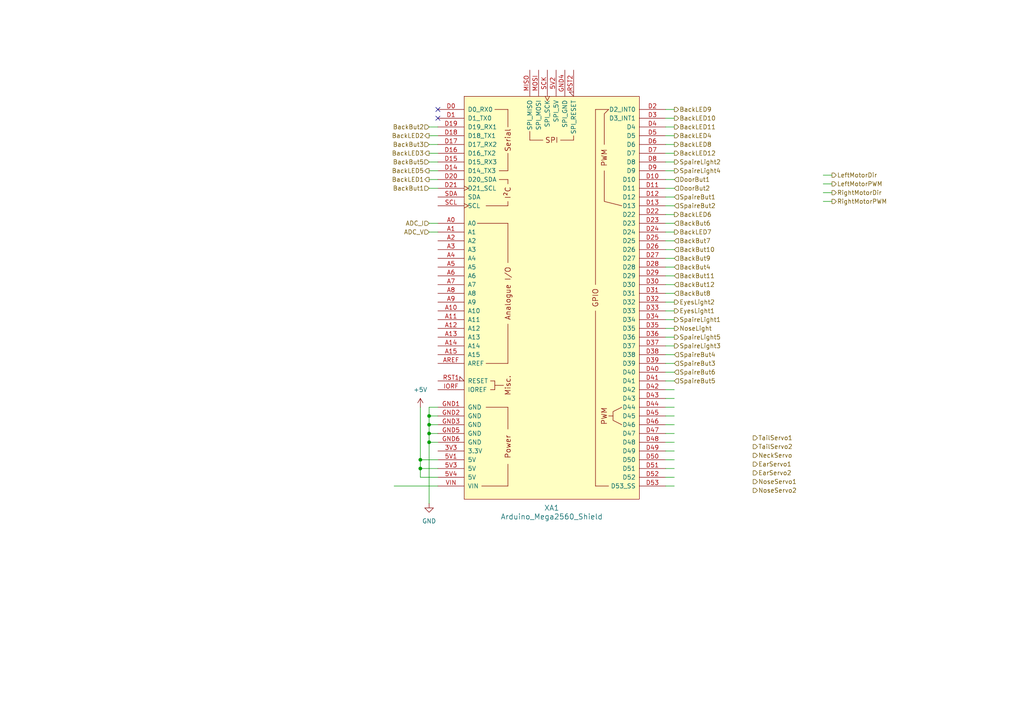
<source format=kicad_sch>
(kicad_sch (version 20250114) (generator "eeschema") (generator_version "9.0")
  (paper "A4")
  (title_block (title "${Project Title}") (date "2025-07-26") (rev "${Revision}") (company "${Company Name}") (comment 1 "${Designed By}"))
  (lib_symbols
    (symbol "Arduino:Arduino_Mega2560_Shield" (pin_names (offset 1.016))
      (property "Reference" "XA" (at 2.54 0 90))
      (property "Value" "Arduino_Mega2560_Shield" (at -2.54 0 90))
      (symbol "Arduino_Mega2560_Shield_0_0"
        (rectangle (start -25.4 -58.42) (end 25.4 58.42) (fill (type background)))
        (polyline (pts (xy -21.59 21.59) (xy -12.7 21.59)))
        (rectangle (start -20.32 -54.61) (end -12.7 -54.61))
        (rectangle (start -19.05 26.67) (end -12.7 26.67))
        (rectangle (start -19.05 -19.05) (end -12.7 -19.05))
        (rectangle (start -19.05 -31.75) (end -12.7 -31.75))
        (rectangle (start -17.78 -24.13) (end -16.51 -24.13))
        (rectangle (start -17.78 -26.67) (end -16.51 -26.67))
        (rectangle (start -16.51 54.61) (end -12.7 54.61))
        (rectangle (start -16.51 -24.13) (end -16.51 -26.67))
        (rectangle (start -16.51 -25.4) (end -13.97 -25.4))
        (rectangle (start -15.24 36.83) (end -12.7 36.83))
        (rectangle (start -15.24 34.29) (end -12.7 34.29))
        (rectangle (start -12.7 49.53) (end -12.7 54.61))
        (rectangle (start -12.7 41.91) (end -12.7 36.83))
        (rectangle (start -12.7 34.29) (end -12.7 33.02))
        (rectangle (start -12.7 26.67) (end -12.7 27.94))
        (polyline (pts (xy -12.7 10.16) (xy -12.7 21.59)))
        (polyline (pts (xy -12.7 -19.05) (xy -12.7 -7.62)))
        (rectangle (start -12.7 -31.75) (end -12.7 -38.1))
        (rectangle (start -12.7 -54.61) (end -12.7 -48.26))
        (rectangle (start -6.35 48.26) (end -6.35 45.72))
        (rectangle (start -2.54 45.72) (end -6.35 45.72))
        (rectangle (start 6.35 46.99) (end 6.35 45.72))
        (rectangle (start 6.35 45.72) (end 2.54 45.72))
        (polyline (pts (xy 12.7 54.61) (xy 16.51 54.61)))
        (polyline (pts (xy 12.7 -54.61) (xy 16.51 -54.61)))
        (polyline (pts (xy 15.24 44.45) (xy 15.24 53.34) (xy 16.51 54.61)))
        (polyline (pts (xy 15.24 36.83) (xy 15.24 27.94) (xy 20.32 26.67)))
        (polyline (pts (xy 17.78 -34.29) (xy 16.51 -34.29)))
        (polyline (pts (xy 20.32 -31.75) (xy 17.78 -33.02) (xy 17.78 -35.56) (xy 20.32 -36.83)))
        (text "Serial" (at -12.7 45.72 900) (effects (font (size 1.524 1.524))))
        (text "I²C" (at -12.7 30.48 900) (effects (font (size 1.524 1.524))))
        (text "Analogue I/O" (at -12.7 1.27 900) (effects (font (size 1.524 1.524))))
        (text "Misc." (at -12.7 -25.4 900) (effects (font (size 1.524 1.524))))
        (text "Power" (at -12.7 -43.18 900) (effects (font (size 1.524 1.524))))
        (text "SPI" (at 0 45.72 0) (effects (font (size 1.524 1.524))))
        (text "PWM" (at 15.24 40.64 900) (effects (font (size 1.524 1.524))))
        (text "PWM" (at 15.24 -34.29 900) (effects (font (size 1.524 1.524))))
      )
      (symbol "Arduino_Mega2560_Shield_1_0"
        (rectangle (start 12.7 54.61) (end 12.7 3.81))
        (rectangle (start 12.7 -54.61) (end 12.7 -3.81))
        (text "GPIO" (at 12.7 0 900) (effects (font (size 1.524 1.524))))
      )
      (symbol "Arduino_Mega2560_Shield_1_1"
        (pin bidirectional line (at -33.02 54.61 0) (length 7.62) (name "D0_RX0") (number "D0"))
        (pin bidirectional line (at -33.02 52.07 0) (length 7.62) (name "D1_TX0") (number "D1"))
        (pin bidirectional line (at -33.02 49.53 0) (length 7.62) (name "D19_RX1") (number "D19"))
        (pin bidirectional line (at -33.02 46.99 0) (length 7.62) (name "D18_TX1") (number "D18"))
        (pin bidirectional line (at -33.02 44.45 0) (length 7.62) (name "D17_RX2") (number "D17"))
        (pin bidirectional line (at -33.02 41.91 0) (length 7.62) (name "D16_TX2") (number "D16"))
        (pin bidirectional line (at -33.02 39.37 0) (length 7.62) (name "D15_RX3") (number "D15"))
        (pin bidirectional line (at -33.02 36.83 0) (length 7.62) (name "D14_TX3") (number "D14"))
        (pin bidirectional line (at -33.02 34.29 0) (length 7.62) (name "D20_SDA") (number "D20"))
        (pin bidirectional clock (at -33.02 31.75 0) (length 7.62) (name "D21_SCL") (number "D21"))
        (pin bidirectional line (at -33.02 29.21 0) (length 7.62) (name "SDA") (number "SDA"))
        (pin bidirectional clock (at -33.02 26.67 0) (length 7.62) (name "SCL") (number "SCL"))
        (pin bidirectional line (at -33.02 21.59 0) (length 7.62) (name "A0") (number "A0"))
        (pin bidirectional line (at -33.02 19.05 0) (length 7.62) (name "A1") (number "A1"))
        (pin bidirectional line (at -33.02 16.51 0) (length 7.62) (name "A2") (number "A2"))
        (pin bidirectional line (at -33.02 13.97 0) (length 7.62) (name "A3") (number "A3"))
        (pin bidirectional line (at -33.02 11.43 0) (length 7.62) (name "A4") (number "A4"))
        (pin bidirectional line (at -33.02 8.89 0) (length 7.62) (name "A5") (number "A5"))
        (pin bidirectional line (at -33.02 6.35 0) (length 7.62) (name "A6") (number "A6"))
        (pin bidirectional line (at -33.02 3.81 0) (length 7.62) (name "A7") (number "A7"))
        (pin bidirectional line (at -33.02 1.27 0) (length 7.62) (name "A8") (number "A8"))
        (pin bidirectional line (at -33.02 -1.27 0) (length 7.62) (name "A9") (number "A9"))
        (pin bidirectional line (at -33.02 -3.81 0) (length 7.62) (name "A10") (number "A10"))
        (pin bidirectional line (at -33.02 -6.35 0) (length 7.62) (name "A11") (number "A11"))
        (pin bidirectional line (at -33.02 -8.89 0) (length 7.62) (name "A12") (number "A12"))
        (pin bidirectional line (at -33.02 -11.43 0) (length 7.62) (name "A13") (number "A13"))
        (pin bidirectional line (at -33.02 -13.97 0) (length 7.62) (name "A14") (number "A14"))
        (pin bidirectional line (at -33.02 -16.51 0) (length 7.62) (name "A15") (number "A15"))
        (pin input line (at -33.02 -19.05 0) (length 7.62) (name "AREF") (number "AREF"))
        (pin open_collector input_low (at -33.02 -24.13 0) (length 7.62) (name "RESET") (number "RST1"))
        (pin output line (at -33.02 -26.67 0) (length 7.62) (name "IOREF") (number "IORF"))
        (pin power_in line (at -33.02 -31.75 0) (length 7.62) (name "GND") (number "GND1"))
        (pin power_in line (at -33.02 -34.29 0) (length 7.62) (name "GND") (number "GND2"))
        (pin power_in line (at -33.02 -36.83 0) (length 7.62) (name "GND") (number "GND3"))
        (pin power_in line (at -33.02 -39.37 0) (length 7.62) (name "GND") (number "GND5"))
        (pin power_in line (at -33.02 -41.91 0) (length 7.62) (name "GND") (number "GND6"))
        (pin power_in line (at -33.02 -44.45 0) (length 7.62) (name "3.3V") (number "3V3"))
        (pin power_in line (at -33.02 -46.99 0) (length 7.62) (name "5V") (number "5V1"))
        (pin power_in line (at -33.02 -49.53 0) (length 7.62) (name "5V") (number "5V3"))
        (pin power_in line (at -33.02 -52.07 0) (length 7.62) (name "5V") (number "5V4"))
        (pin power_in line (at -33.02 -54.61 0) (length 7.62) (name "VIN") (number "VIN"))
        (pin input line (at -6.35 66.04 270) (length 7.62) (name "SPI_MISO") (number "MISO"))
        (pin output line (at -3.81 66.04 270) (length 7.62) (name "SPI_MOSI") (number "MOSI"))
        (pin output clock (at -1.27 66.04 270) (length 7.62) (name "SPI_SCK") (number "SCK"))
        (pin power_in line (at 1.27 66.04 270) (length 7.62) (name "SPI_5V") (number "5V2"))
        (pin power_in line (at 3.81 66.04 270) (length 7.62) (name "SPI_GND") (number "GND4"))
        (pin open_collector input_low (at 6.35 66.04 270) (length 7.62) (name "SPI_RESET") (number "RST2"))
        (pin bidirectional line (at 33.02 54.61 180) (length 7.62) (name "D2_INT0") (number "D2"))
        (pin bidirectional line (at 33.02 52.07 180) (length 7.62) (name "D3_INT1") (number "D3"))
        (pin bidirectional line (at 33.02 49.53 180) (length 7.62) (name "D4") (number "D4"))
        (pin bidirectional line (at 33.02 46.99 180) (length 7.62) (name "D5") (number "D5"))
        (pin bidirectional line (at 33.02 44.45 180) (length 7.62) (name "D6") (number "D6"))
        (pin bidirectional line (at 33.02 41.91 180) (length 7.62) (name "D7") (number "D7"))
        (pin bidirectional line (at 33.02 39.37 180) (length 7.62) (name "D8") (number "D8"))
        (pin bidirectional line (at 33.02 36.83 180) (length 7.62) (name "D9") (number "D9"))
        (pin bidirectional line (at 33.02 34.29 180) (length 7.62) (name "D10") (number "D10"))
        (pin bidirectional line (at 33.02 31.75 180) (length 7.62) (name "D11") (number "D11"))
        (pin bidirectional line (at 33.02 29.21 180) (length 7.62) (name "D12") (number "D12"))
        (pin bidirectional line (at 33.02 26.67 180) (length 7.62) (name "D13") (number "D13"))
        (pin bidirectional line (at 33.02 24.13 180) (length 7.62) (name "D22") (number "D22"))
        (pin bidirectional line (at 33.02 21.59 180) (length 7.62) (name "D23") (number "D23"))
        (pin bidirectional line (at 33.02 19.05 180) (length 7.62) (name "D24") (number "D24"))
        (pin bidirectional line (at 33.02 16.51 180) (length 7.62) (name "D25") (number "D25"))
        (pin bidirectional line (at 33.02 13.97 180) (length 7.62) (name "D26") (number "D26"))
        (pin bidirectional line (at 33.02 11.43 180) (length 7.62) (name "D27") (number "D27"))
        (pin bidirectional line (at 33.02 8.89 180) (length 7.62) (name "D28") (number "D28"))
        (pin bidirectional line (at 33.02 6.35 180) (length 7.62) (name "D29") (number "D29"))
        (pin bidirectional line (at 33.02 3.81 180) (length 7.62) (name "D30") (number "D30"))
        (pin bidirectional line (at 33.02 1.27 180) (length 7.62) (name "D31") (number "D31"))
        (pin bidirectional line (at 33.02 -1.27 180) (length 7.62) (name "D32") (number "D32"))
        (pin bidirectional line (at 33.02 -3.81 180) (length 7.62) (name "D33") (number "D33"))
        (pin bidirectional line (at 33.02 -6.35 180) (length 7.62) (name "D34") (number "D34"))
        (pin bidirectional line (at 33.02 -8.89 180) (length 7.62) (name "D35") (number "D35"))
        (pin bidirectional line (at 33.02 -11.43 180) (length 7.62) (name "D36") (number "D36"))
        (pin bidirectional line (at 33.02 -13.97 180) (length 7.62) (name "D37") (number "D37"))
        (pin bidirectional line (at 33.02 -16.51 180) (length 7.62) (name "D38") (number "D38"))
        (pin bidirectional line (at 33.02 -19.05 180) (length 7.62) (name "D39") (number "D39"))
        (pin bidirectional line (at 33.02 -21.59 180) (length 7.62) (name "D40") (number "D40"))
        (pin bidirectional line (at 33.02 -24.13 180) (length 7.62) (name "D41") (number "D41"))
        (pin bidirectional line (at 33.02 -26.67 180) (length 7.62) (name "D42") (number "D42"))
        (pin bidirectional line (at 33.02 -29.21 180) (length 7.62) (name "D43") (number "D43"))
        (pin bidirectional line (at 33.02 -31.75 180) (length 7.62) (name "D44") (number "D44"))
        (pin bidirectional line (at 33.02 -34.29 180) (length 7.62) (name "D45") (number "D45"))
        (pin bidirectional line (at 33.02 -36.83 180) (length 7.62) (name "D46") (number "D46"))
        (pin bidirectional line (at 33.02 -39.37 180) (length 7.62) (name "D47") (number "D47"))
        (pin bidirectional line (at 33.02 -41.91 180) (length 7.62) (name "D48") (number "D48"))
        (pin bidirectional line (at 33.02 -44.45 180) (length 7.62) (name "D49") (number "D49"))
        (pin bidirectional line (at 33.02 -46.99 180) (length 7.62) (name "D50") (number "D50"))
        (pin bidirectional line (at 33.02 -49.53 180) (length 7.62) (name "D51") (number "D51"))
        (pin bidirectional line (at 33.02 -52.07 180) (length 7.62) (name "D52") (number "D52"))
        (pin bidirectional line (at 33.02 -54.61 180) (length 7.62) (name "D53_SS") (number "D53"))
      )
    )
    (symbol "power:+5V" (power) (pin_numbers (hide yes)) (pin_names (offset 0) (hide yes))
      (property "Value" "+5V" (at 0 3.556 0))
      (symbol "+5V_0_1"
        (polyline (pts (xy -0.762 1.27) (xy 0 2.54)))
        (polyline (pts (xy 0 2.54) (xy 0.762 1.27)))
        (polyline (pts (xy 0 0) (xy 0 2.54)))
      )
      (symbol "+5V_1_1"
        (pin power_in line (at 0 0 90) (length 0) (name "~") (number "1"))
      )
    )
    (symbol "power:GND" (power) (pin_numbers (hide yes)) (pin_names (offset 0) (hide yes))
      (property "Value" "GND" (at 0 -3.81 0))
      (symbol "GND_0_1"
        (polyline (pts (xy 0 0) (xy 0 -1.27) (xy 1.27 -1.27) (xy 0 -2.54) (xy -1.27 -1.27) (xy 0 -1.27)))
      )
      (symbol "GND_1_1"
        (pin power_in line (at 0 0 270) (length 0) (name "~") (number "1"))
      )
    )
  )
  (junction (at 124.46 120.65))
  (junction (at 124.46 123.19))
  (junction (at 121.92 135.89))
  (junction (at 121.92 133.35))
  (junction (at 124.46 128.27))
  (junction (at 124.46 125.73))
  (no_connect (at 127 31.75))
  (no_connect (at 127 34.29))
  (wire (pts (xy 124.46 120.65) (xy 124.46 123.19)))
  (wire (pts (xy 127 118.11) (xy 124.46 118.11)))
  (wire (pts (xy 124.46 123.19) (xy 127 123.19)))
  (wire (pts (xy 195.58 105.41) (xy 193.04 105.41)))
  (wire (pts (xy 124.46 67.31) (xy 127 67.31)))
  (wire (pts (xy 193.04 54.61) (xy 195.58 54.61)))
  (wire (pts (xy 124.46 123.19) (xy 124.46 125.73)))
  (wire (pts (xy 195.58 77.47) (xy 193.04 77.47)))
  (wire (pts (xy 195.58 67.31) (xy 193.04 67.31)))
  (wire (pts (xy 193.04 110.49) (xy 195.58 110.49)))
  (wire (pts (xy 193.04 74.93) (xy 195.58 74.93)))
  (wire (pts (xy 193.04 31.75) (xy 195.58 31.75)))
  (wire (pts (xy 193.04 133.35) (xy 195.58 133.35)))
  (wire (pts (xy 124.46 41.91) (xy 127 41.91)))
  (wire (pts (xy 195.58 85.09) (xy 193.04 85.09)))
  (wire (pts (xy 193.04 125.73) (xy 195.58 125.73)))
  (wire (pts (xy 193.04 92.71) (xy 195.58 92.71)))
  (wire (pts (xy 121.92 118.11) (xy 121.92 133.35)))
  (wire (pts (xy 238.76 50.8) (xy 241.3 50.8)))
  (wire (pts (xy 195.58 82.55) (xy 193.04 82.55)))
  (wire (pts (xy 193.04 72.39) (xy 195.58 72.39)))
  (wire (pts (xy 124.46 39.37) (xy 127 39.37)))
  (wire (pts (xy 195.58 62.23) (xy 193.04 62.23)))
  (wire (pts (xy 193.04 59.69) (xy 195.58 59.69)))
  (wire (pts (xy 124.46 128.27) (xy 124.46 146.05)))
  (wire (pts (xy 193.04 41.91) (xy 195.58 41.91)))
  (wire (pts (xy 124.46 44.45) (xy 127 44.45)))
  (wire (pts (xy 195.58 97.79) (xy 193.04 97.79)))
  (wire (pts (xy 121.92 133.35) (xy 127 133.35)))
  (wire (pts (xy 195.58 138.43) (xy 193.04 138.43)))
  (wire (pts (xy 193.04 52.07) (xy 195.58 52.07)))
  (wire (pts (xy 195.58 102.87) (xy 193.04 102.87)))
  (wire (pts (xy 195.58 120.65) (xy 193.04 120.65)))
  (wire (pts (xy 195.58 64.77) (xy 193.04 64.77)))
  (wire (pts (xy 195.58 80.01) (xy 193.04 80.01)))
  (wire (pts (xy 124.46 36.83) (xy 127 36.83)))
  (wire (pts (xy 238.76 58.42) (xy 241.3 58.42)))
  (wire (pts (xy 127 138.43) (xy 121.92 138.43)))
  (wire (pts (xy 124.46 49.53) (xy 127 49.53)))
  (wire (pts (xy 124.46 52.07) (xy 127 52.07)))
  (wire (pts (xy 195.58 90.17) (xy 193.04 90.17)))
  (wire (pts (xy 193.04 128.27) (xy 195.58 128.27)))
  (wire (pts (xy 195.58 107.95) (xy 193.04 107.95)))
  (wire (pts (xy 124.46 128.27) (xy 127 128.27)))
  (wire (pts (xy 195.58 115.57) (xy 193.04 115.57)))
  (wire (pts (xy 195.58 95.25) (xy 193.04 95.25)))
  (wire (pts (xy 124.46 125.73) (xy 127 125.73)))
  (wire (pts (xy 121.92 133.35) (xy 121.92 135.89)))
  (wire (pts (xy 124.46 125.73) (xy 124.46 128.27)))
  (wire (pts (xy 195.58 140.97) (xy 193.04 140.97)))
  (wire (pts (xy 195.58 87.63) (xy 193.04 87.63)))
  (wire (pts (xy 195.58 39.37) (xy 193.04 39.37)))
  (wire (pts (xy 195.58 113.03) (xy 193.04 113.03)))
  (wire (pts (xy 114.3 140.97) (xy 127 140.97)))
  (wire (pts (xy 124.46 120.65) (xy 127 120.65)))
  (wire (pts (xy 195.58 69.85) (xy 193.04 69.85)))
  (wire (pts (xy 124.46 64.77) (xy 127 64.77)))
  (wire (pts (xy 195.58 118.11) (xy 193.04 118.11)))
  (wire (pts (xy 238.76 53.34) (xy 241.3 53.34)))
  (wire (pts (xy 193.04 57.15) (xy 195.58 57.15)))
  (wire (pts (xy 193.04 130.81) (xy 195.58 130.81)))
  (wire (pts (xy 195.58 36.83) (xy 193.04 36.83)))
  (wire (pts (xy 193.04 123.19) (xy 195.58 123.19)))
  (wire (pts (xy 195.58 34.29) (xy 193.04 34.29)))
  (wire (pts (xy 124.46 46.99) (xy 127 46.99)))
  (wire (pts (xy 193.04 49.53) (xy 195.58 49.53)))
  (wire (pts (xy 193.04 46.99) (xy 195.58 46.99)))
  (wire (pts (xy 195.58 100.33) (xy 193.04 100.33)))
  (wire (pts (xy 124.46 118.11) (xy 124.46 120.65)))
  (wire (pts (xy 121.92 135.89) (xy 127 135.89)))
  (wire (pts (xy 121.92 135.89) (xy 121.92 138.43)))
  (wire (pts (xy 193.04 44.45) (xy 195.58 44.45)))
  (wire (pts (xy 124.46 54.61) (xy 127 54.61)))
  (wire (pts (xy 238.76 55.88) (xy 241.3 55.88)))
  (wire (pts (xy 195.58 135.89) (xy 193.04 135.89)))
  (hierarchical_label "SpaireLight2" (shape output) (at 195.58 46.99 0))
  (hierarchical_label "BackBut11" (shape input) (at 195.58 80.01 0))
  (hierarchical_label "EyesLight1" (shape output) (at 195.58 90.17 0))
  (hierarchical_label "SpaireBut1" (shape input) (at 195.58 57.15 0))
  (hierarchical_label "NoseLight" (shape output) (at 195.58 95.25 0))
  (hierarchical_label "BackBut5" (shape input) (at 124.46 46.99 180))
  (hierarchical_label "BackLED4" (shape output) (at 195.58 39.37 0))
  (hierarchical_label "SpaireBut3" (shape input) (at 195.58 105.41 0))
  (hierarchical_label "BackLED3" (shape output) (at 124.46 44.45 180))
  (hierarchical_label "SpaireLight5" (shape output) (at 195.58 97.79 0))
  (hierarchical_label "BackLED8" (shape output) (at 195.58 41.91 0))
  (hierarchical_label "SpaireLight3" (shape output) (at 195.58 100.33 0))
  (hierarchical_label "BackBut6" (shape input) (at 195.58 64.77 0))
  (hierarchical_label "BackBut8" (shape input) (at 195.58 85.09 0))
  (hierarchical_label "BackLED10" (shape output) (at 195.58 34.29 0))
  (hierarchical_label "BackLED9" (shape output) (at 195.58 31.75 0))
  (hierarchical_label "SpaireLight4" (shape output) (at 195.58 49.53 0))
  (hierarchical_label "BackLED2" (shape output) (at 124.46 39.37 180))
  (hierarchical_label "DoorBut2" (shape input) (at 195.58 54.61 0))
  (hierarchical_label "LeftMotorDir" (shape output) (at 241.3 50.8 0))
  (hierarchical_label "BackBut1" (shape input) (at 124.46 54.61 180))
  (hierarchical_label "BackBut12" (shape input) (at 195.58 82.55 0))
  (hierarchical_label "BackLED7" (shape output) (at 195.58 67.31 0))
  (hierarchical_label "SpaireBut6" (shape input) (at 195.58 107.95 0))
  (hierarchical_label "BackBut9" (shape input) (at 195.58 74.93 0))
  (hierarchical_label "BackBut10" (shape input) (at 195.58 72.39 0))
  (hierarchical_label "NeckServo" (shape output) (at 218.44 132.08 0))
  (hierarchical_label "BackBut2" (shape input) (at 124.46 36.83 180))
  (hierarchical_label "BackLED6" (shape output) (at 195.58 62.23 0))
  (hierarchical_label "RightMotorDir" (shape output) (at 241.3 55.88 0))
  (hierarchical_label "SpaireBut4" (shape input) (at 195.58 102.87 0))
  (hierarchical_label "BackLED1" (shape output) (at 124.46 52.07 180))
  (hierarchical_label "EarServo1" (shape output) (at 218.44 134.62 0))
  (hierarchical_label "NoseServo2" (shape output) (at 218.44 142.24 0))
  (hierarchical_label "BackLED11" (shape output) (at 195.58 36.83 0))
  (hierarchical_label "RightMotorPWM" (shape output) (at 241.3 58.42 0))
  (hierarchical_label "SpaireLight1" (shape output) (at 195.58 92.71 0))
  (hierarchical_label "BackLED12" (shape output) (at 195.58 44.45 0))
  (hierarchical_label "SpaireBut5" (shape input) (at 195.58 110.49 0))
  (hierarchical_label "LeftMotorPWM" (shape output) (at 241.3 53.34 0))
  (hierarchical_label "EyesLight2" (shape output) (at 195.58 87.63 0))
  (hierarchical_label "TailServo1" (shape output) (at 218.44 127 0))
  (hierarchical_label "BackBut7" (shape input) (at 195.58 69.85 0))
  (hierarchical_label "ADC_V" (shape input) (at 124.46 67.31 180))
  (hierarchical_label "BackBut3" (shape input) (at 124.46 41.91 180))
  (hierarchical_label "DoorBut1" (shape input) (at 195.58 52.07 0))
  (hierarchical_label "TailServo2" (shape output) (at 218.44 129.54 0))
  (hierarchical_label "BackLED5" (shape output) (at 124.46 49.53 180))
  (hierarchical_label "NoseServo1" (shape output) (at 218.44 139.7 0))
  (hierarchical_label "ADC_I" (shape input) (at 124.46 64.77 180))
  (hierarchical_label "EarServo2" (shape output) (at 218.44 137.16 0))
  (hierarchical_label "SpaireBut2" (shape input) (at 195.58 59.69 0))
  (hierarchical_label "BackBut4" (shape input) (at 195.58 77.47 0))
  (symbol (lib_id "power:GND") (at 124.46 146.05 0) (unit 1)
    (property "Reference" "#PWR01" (effects (hide yes)))
    (property "Value" "GND" (at 124.46 151.13 0))
    (property "Description" "Power symbol creates a global label with name \"GND\" , ground" (effects (hide yes)))
  )
  (symbol (lib_id "power:+5V") (at 121.92 118.11 0) (unit 1)
    (property "Reference" "#PWR02" (effects (hide yes)))
    (property "Value" "+5V" (at 121.92 113.03 0))
    (property "Description" "Power symbol creates a global label with name \"+5V\"" (effects (hide yes)))
  )
  (symbol (lib_id "Arduino:Arduino_Mega2560_Shield") (at 160.02 86.36 0) (unit 1)
    (property "Reference" "XA1" (at 160.02 147.32 0) (effects (font (size 1.524 1.524))))
    (property "Value" "Arduino_Mega2560_Shield" (at 160.02 149.86 0) (effects (font (size 1.524 1.524))))
    (property "Footprint" "Arduino:Arduino_Mega2560_Shield" (effects (hide yes)))
  )
)
</source>
